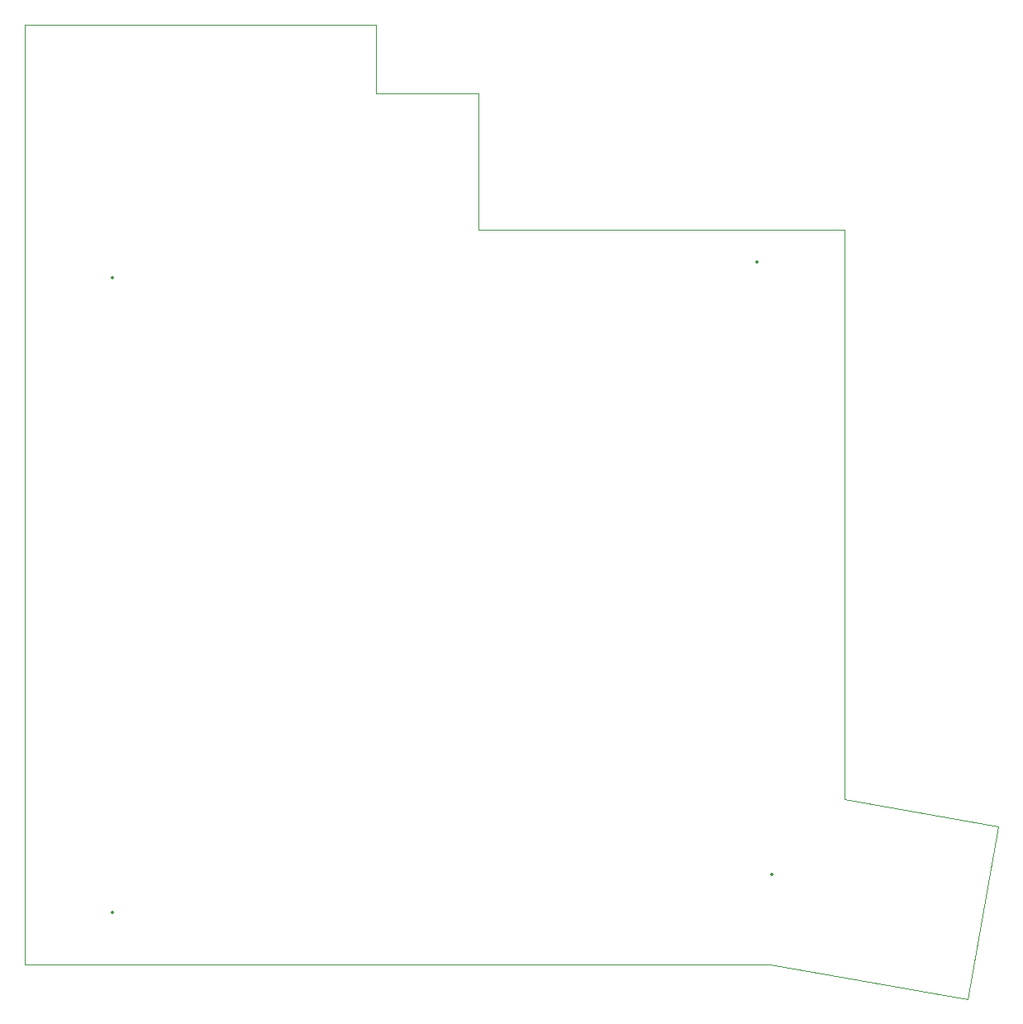
<source format=gbl>
%TF.GenerationSoftware,KiCad,Pcbnew,(6.0.9)*%
%TF.CreationDate,2023-01-03T16:44:31+09:00*%
%TF.ProjectId,split-mini__bottom,73706c69-742d-46d6-996e-695f5f626f74,rev?*%
%TF.SameCoordinates,Original*%
%TF.FileFunction,Copper,L2,Bot*%
%TF.FilePolarity,Positive*%
%FSLAX46Y46*%
G04 Gerber Fmt 4.6, Leading zero omitted, Abs format (unit mm)*
G04 Created by KiCad (PCBNEW (6.0.9)) date 2023-01-03 16:44:31*
%MOMM*%
%LPD*%
G01*
G04 APERTURE LIST*
%TA.AperFunction,Profile*%
%ADD10C,0.100000*%
%TD*%
%ADD11C,0.350000*%
G04 APERTURE END LIST*
D10*
X66450000Y-22475000D02*
X66450000Y-36475000D01*
X19950000Y-111725000D02*
X96323180Y-111725000D01*
X103950000Y-94792135D02*
X103950000Y-36475000D01*
X96323180Y-111725000D02*
X116541504Y-115290036D01*
X66450000Y-36475000D02*
X103950000Y-36475000D01*
X55950000Y-15475000D02*
X55950000Y-22475000D01*
X55950000Y-15475000D02*
X19950000Y-15475000D01*
X116541504Y-115290036D02*
X119667171Y-97563496D01*
X66450000Y-22475000D02*
X55950000Y-22475000D01*
X119667171Y-97563496D02*
X103950000Y-94792135D01*
X19950000Y-15475000D02*
X19950000Y-111725000D01*
D11*
X94950000Y-39775000D03*
X28925000Y-106375000D03*
X96450000Y-102475000D03*
X28950000Y-41375000D03*
M02*

</source>
